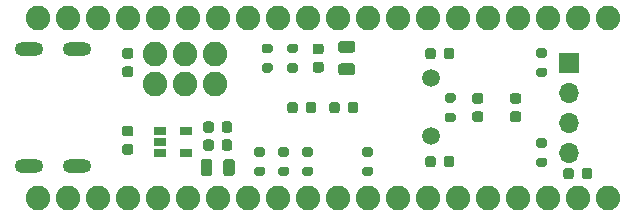
<source format=gbr>
%TF.GenerationSoftware,KiCad,Pcbnew,(5.1.9)-1*%
%TF.CreationDate,2021-02-16T15:18:36+08:00*%
%TF.ProjectId,STM32_Core_Board,53544d33-325f-4436-9f72-655f426f6172,rev?*%
%TF.SameCoordinates,Original*%
%TF.FileFunction,Soldermask,Bot*%
%TF.FilePolarity,Negative*%
%FSLAX46Y46*%
G04 Gerber Fmt 4.6, Leading zero omitted, Abs format (unit mm)*
G04 Created by KiCad (PCBNEW (5.1.9)-1) date 2021-02-16 15:18:36*
%MOMM*%
%LPD*%
G01*
G04 APERTURE LIST*
%ADD10O,2.400000X1.200000*%
%ADD11C,1.500000*%
%ADD12R,1.060000X0.650000*%
%ADD13C,2.082800*%
%ADD14O,1.700000X1.700000*%
%ADD15R,1.700000X1.700000*%
G04 APERTURE END LIST*
D10*
%TO.C,J1*%
X56630000Y-146180000D03*
X52630000Y-146180000D03*
X56630000Y-156080000D03*
X52630000Y-156080000D03*
%TD*%
%TO.C,C14*%
G36*
G01*
X87701000Y-146808000D02*
X87701000Y-146308000D01*
G75*
G02*
X87926000Y-146083000I225000J0D01*
G01*
X88376000Y-146083000D01*
G75*
G02*
X88601000Y-146308000I0J-225000D01*
G01*
X88601000Y-146808000D01*
G75*
G02*
X88376000Y-147033000I-225000J0D01*
G01*
X87926000Y-147033000D01*
G75*
G02*
X87701000Y-146808000I0J225000D01*
G01*
G37*
G36*
G01*
X86151000Y-146808000D02*
X86151000Y-146308000D01*
G75*
G02*
X86376000Y-146083000I225000J0D01*
G01*
X86826000Y-146083000D01*
G75*
G02*
X87051000Y-146308000I0J-225000D01*
G01*
X87051000Y-146808000D01*
G75*
G02*
X86826000Y-147033000I-225000J0D01*
G01*
X86376000Y-147033000D01*
G75*
G02*
X86151000Y-146808000I0J225000D01*
G01*
G37*
%TD*%
%TO.C,C13*%
G36*
G01*
X87701000Y-155952000D02*
X87701000Y-155452000D01*
G75*
G02*
X87926000Y-155227000I225000J0D01*
G01*
X88376000Y-155227000D01*
G75*
G02*
X88601000Y-155452000I0J-225000D01*
G01*
X88601000Y-155952000D01*
G75*
G02*
X88376000Y-156177000I-225000J0D01*
G01*
X87926000Y-156177000D01*
G75*
G02*
X87701000Y-155952000I0J225000D01*
G01*
G37*
G36*
G01*
X86151000Y-155952000D02*
X86151000Y-155452000D01*
G75*
G02*
X86376000Y-155227000I225000J0D01*
G01*
X86826000Y-155227000D01*
G75*
G02*
X87051000Y-155452000I0J-225000D01*
G01*
X87051000Y-155952000D01*
G75*
G02*
X86826000Y-156177000I-225000J0D01*
G01*
X86376000Y-156177000D01*
G75*
G02*
X86151000Y-155952000I0J225000D01*
G01*
G37*
%TD*%
%TO.C,C12*%
G36*
G01*
X93552200Y-151455000D02*
X94052200Y-151455000D01*
G75*
G02*
X94277200Y-151680000I0J-225000D01*
G01*
X94277200Y-152130000D01*
G75*
G02*
X94052200Y-152355000I-225000J0D01*
G01*
X93552200Y-152355000D01*
G75*
G02*
X93327200Y-152130000I0J225000D01*
G01*
X93327200Y-151680000D01*
G75*
G02*
X93552200Y-151455000I225000J0D01*
G01*
G37*
G36*
G01*
X93552200Y-149905000D02*
X94052200Y-149905000D01*
G75*
G02*
X94277200Y-150130000I0J-225000D01*
G01*
X94277200Y-150580000D01*
G75*
G02*
X94052200Y-150805000I-225000J0D01*
G01*
X93552200Y-150805000D01*
G75*
G02*
X93327200Y-150580000I0J225000D01*
G01*
X93327200Y-150130000D01*
G75*
G02*
X93552200Y-149905000I225000J0D01*
G01*
G37*
%TD*%
%TO.C,C11*%
G36*
G01*
X90351800Y-151455000D02*
X90851800Y-151455000D01*
G75*
G02*
X91076800Y-151680000I0J-225000D01*
G01*
X91076800Y-152130000D01*
G75*
G02*
X90851800Y-152355000I-225000J0D01*
G01*
X90351800Y-152355000D01*
G75*
G02*
X90126800Y-152130000I0J225000D01*
G01*
X90126800Y-151680000D01*
G75*
G02*
X90351800Y-151455000I225000J0D01*
G01*
G37*
G36*
G01*
X90351800Y-149905000D02*
X90851800Y-149905000D01*
G75*
G02*
X91076800Y-150130000I0J-225000D01*
G01*
X91076800Y-150580000D01*
G75*
G02*
X90851800Y-150805000I-225000J0D01*
G01*
X90351800Y-150805000D01*
G75*
G02*
X90126800Y-150580000I0J225000D01*
G01*
X90126800Y-150130000D01*
G75*
G02*
X90351800Y-149905000I225000J0D01*
G01*
G37*
%TD*%
%TO.C,C10*%
G36*
G01*
X79977000Y-146489000D02*
X79027000Y-146489000D01*
G75*
G02*
X78777000Y-146239000I0J250000D01*
G01*
X78777000Y-145739000D01*
G75*
G02*
X79027000Y-145489000I250000J0D01*
G01*
X79977000Y-145489000D01*
G75*
G02*
X80227000Y-145739000I0J-250000D01*
G01*
X80227000Y-146239000D01*
G75*
G02*
X79977000Y-146489000I-250000J0D01*
G01*
G37*
G36*
G01*
X79977000Y-148389000D02*
X79027000Y-148389000D01*
G75*
G02*
X78777000Y-148139000I0J250000D01*
G01*
X78777000Y-147639000D01*
G75*
G02*
X79027000Y-147389000I250000J0D01*
G01*
X79977000Y-147389000D01*
G75*
G02*
X80227000Y-147639000I0J-250000D01*
G01*
X80227000Y-148139000D01*
G75*
G02*
X79977000Y-148389000I-250000J0D01*
G01*
G37*
%TD*%
%TO.C,C9*%
G36*
G01*
X98735000Y-156468000D02*
X98735000Y-156968000D01*
G75*
G02*
X98510000Y-157193000I-225000J0D01*
G01*
X98060000Y-157193000D01*
G75*
G02*
X97835000Y-156968000I0J225000D01*
G01*
X97835000Y-156468000D01*
G75*
G02*
X98060000Y-156243000I225000J0D01*
G01*
X98510000Y-156243000D01*
G75*
G02*
X98735000Y-156468000I0J-225000D01*
G01*
G37*
G36*
G01*
X100285000Y-156468000D02*
X100285000Y-156968000D01*
G75*
G02*
X100060000Y-157193000I-225000J0D01*
G01*
X99610000Y-157193000D01*
G75*
G02*
X99385000Y-156968000I0J225000D01*
G01*
X99385000Y-156468000D01*
G75*
G02*
X99610000Y-156243000I225000J0D01*
G01*
X100060000Y-156243000D01*
G75*
G02*
X100285000Y-156468000I0J-225000D01*
G01*
G37*
%TD*%
%TO.C,C8*%
G36*
G01*
X77339000Y-146614000D02*
X76839000Y-146614000D01*
G75*
G02*
X76614000Y-146389000I0J225000D01*
G01*
X76614000Y-145939000D01*
G75*
G02*
X76839000Y-145714000I225000J0D01*
G01*
X77339000Y-145714000D01*
G75*
G02*
X77564000Y-145939000I0J-225000D01*
G01*
X77564000Y-146389000D01*
G75*
G02*
X77339000Y-146614000I-225000J0D01*
G01*
G37*
G36*
G01*
X77339000Y-148164000D02*
X76839000Y-148164000D01*
G75*
G02*
X76614000Y-147939000I0J225000D01*
G01*
X76614000Y-147489000D01*
G75*
G02*
X76839000Y-147264000I225000J0D01*
G01*
X77339000Y-147264000D01*
G75*
G02*
X77564000Y-147489000I0J-225000D01*
G01*
X77564000Y-147939000D01*
G75*
G02*
X77339000Y-148164000I-225000J0D01*
G01*
G37*
%TD*%
%TO.C,C7*%
G36*
G01*
X68905000Y-154555000D02*
X68905000Y-154055000D01*
G75*
G02*
X69130000Y-153830000I225000J0D01*
G01*
X69580000Y-153830000D01*
G75*
G02*
X69805000Y-154055000I0J-225000D01*
G01*
X69805000Y-154555000D01*
G75*
G02*
X69580000Y-154780000I-225000J0D01*
G01*
X69130000Y-154780000D01*
G75*
G02*
X68905000Y-154555000I0J225000D01*
G01*
G37*
G36*
G01*
X67355000Y-154555000D02*
X67355000Y-154055000D01*
G75*
G02*
X67580000Y-153830000I225000J0D01*
G01*
X68030000Y-153830000D01*
G75*
G02*
X68255000Y-154055000I0J-225000D01*
G01*
X68255000Y-154555000D01*
G75*
G02*
X68030000Y-154780000I-225000J0D01*
G01*
X67580000Y-154780000D01*
G75*
G02*
X67355000Y-154555000I0J225000D01*
G01*
G37*
%TD*%
%TO.C,C6*%
G36*
G01*
X68130000Y-155735000D02*
X68130000Y-156685000D01*
G75*
G02*
X67880000Y-156935000I-250000J0D01*
G01*
X67380000Y-156935000D01*
G75*
G02*
X67130000Y-156685000I0J250000D01*
G01*
X67130000Y-155735000D01*
G75*
G02*
X67380000Y-155485000I250000J0D01*
G01*
X67880000Y-155485000D01*
G75*
G02*
X68130000Y-155735000I0J-250000D01*
G01*
G37*
G36*
G01*
X70030000Y-155735000D02*
X70030000Y-156685000D01*
G75*
G02*
X69780000Y-156935000I-250000J0D01*
G01*
X69280000Y-156935000D01*
G75*
G02*
X69030000Y-156685000I0J250000D01*
G01*
X69030000Y-155735000D01*
G75*
G02*
X69280000Y-155485000I250000J0D01*
G01*
X69780000Y-155485000D01*
G75*
G02*
X70030000Y-155735000I0J-250000D01*
G01*
G37*
%TD*%
%TO.C,C5*%
G36*
G01*
X68905000Y-153031000D02*
X68905000Y-152531000D01*
G75*
G02*
X69130000Y-152306000I225000J0D01*
G01*
X69580000Y-152306000D01*
G75*
G02*
X69805000Y-152531000I0J-225000D01*
G01*
X69805000Y-153031000D01*
G75*
G02*
X69580000Y-153256000I-225000J0D01*
G01*
X69130000Y-153256000D01*
G75*
G02*
X68905000Y-153031000I0J225000D01*
G01*
G37*
G36*
G01*
X67355000Y-153031000D02*
X67355000Y-152531000D01*
G75*
G02*
X67580000Y-152306000I225000J0D01*
G01*
X68030000Y-152306000D01*
G75*
G02*
X68255000Y-152531000I0J-225000D01*
G01*
X68255000Y-153031000D01*
G75*
G02*
X68030000Y-153256000I-225000J0D01*
G01*
X67580000Y-153256000D01*
G75*
G02*
X67355000Y-153031000I0J225000D01*
G01*
G37*
%TD*%
%TO.C,C4*%
G36*
G01*
X60710000Y-154223600D02*
X61210000Y-154223600D01*
G75*
G02*
X61435000Y-154448600I0J-225000D01*
G01*
X61435000Y-154898600D01*
G75*
G02*
X61210000Y-155123600I-225000J0D01*
G01*
X60710000Y-155123600D01*
G75*
G02*
X60485000Y-154898600I0J225000D01*
G01*
X60485000Y-154448600D01*
G75*
G02*
X60710000Y-154223600I225000J0D01*
G01*
G37*
G36*
G01*
X60710000Y-152673600D02*
X61210000Y-152673600D01*
G75*
G02*
X61435000Y-152898600I0J-225000D01*
G01*
X61435000Y-153348600D01*
G75*
G02*
X61210000Y-153573600I-225000J0D01*
G01*
X60710000Y-153573600D01*
G75*
G02*
X60485000Y-153348600I0J225000D01*
G01*
X60485000Y-152898600D01*
G75*
G02*
X60710000Y-152673600I225000J0D01*
G01*
G37*
%TD*%
%TO.C,C3*%
G36*
G01*
X78923000Y-150880000D02*
X78923000Y-151380000D01*
G75*
G02*
X78698000Y-151605000I-225000J0D01*
G01*
X78248000Y-151605000D01*
G75*
G02*
X78023000Y-151380000I0J225000D01*
G01*
X78023000Y-150880000D01*
G75*
G02*
X78248000Y-150655000I225000J0D01*
G01*
X78698000Y-150655000D01*
G75*
G02*
X78923000Y-150880000I0J-225000D01*
G01*
G37*
G36*
G01*
X80473000Y-150880000D02*
X80473000Y-151380000D01*
G75*
G02*
X80248000Y-151605000I-225000J0D01*
G01*
X79798000Y-151605000D01*
G75*
G02*
X79573000Y-151380000I0J225000D01*
G01*
X79573000Y-150880000D01*
G75*
G02*
X79798000Y-150655000I225000J0D01*
G01*
X80248000Y-150655000D01*
G75*
G02*
X80473000Y-150880000I0J-225000D01*
G01*
G37*
%TD*%
%TO.C,C2*%
G36*
G01*
X76017000Y-151380000D02*
X76017000Y-150880000D01*
G75*
G02*
X76242000Y-150655000I225000J0D01*
G01*
X76692000Y-150655000D01*
G75*
G02*
X76917000Y-150880000I0J-225000D01*
G01*
X76917000Y-151380000D01*
G75*
G02*
X76692000Y-151605000I-225000J0D01*
G01*
X76242000Y-151605000D01*
G75*
G02*
X76017000Y-151380000I0J225000D01*
G01*
G37*
G36*
G01*
X74467000Y-151380000D02*
X74467000Y-150880000D01*
G75*
G02*
X74692000Y-150655000I225000J0D01*
G01*
X75142000Y-150655000D01*
G75*
G02*
X75367000Y-150880000I0J-225000D01*
G01*
X75367000Y-151380000D01*
G75*
G02*
X75142000Y-151605000I-225000J0D01*
G01*
X74692000Y-151605000D01*
G75*
G02*
X74467000Y-151380000I0J225000D01*
G01*
G37*
%TD*%
%TO.C,C1*%
G36*
G01*
X60710000Y-147645000D02*
X61210000Y-147645000D01*
G75*
G02*
X61435000Y-147870000I0J-225000D01*
G01*
X61435000Y-148320000D01*
G75*
G02*
X61210000Y-148545000I-225000J0D01*
G01*
X60710000Y-148545000D01*
G75*
G02*
X60485000Y-148320000I0J225000D01*
G01*
X60485000Y-147870000D01*
G75*
G02*
X60710000Y-147645000I225000J0D01*
G01*
G37*
G36*
G01*
X60710000Y-146095000D02*
X61210000Y-146095000D01*
G75*
G02*
X61435000Y-146320000I0J-225000D01*
G01*
X61435000Y-146770000D01*
G75*
G02*
X61210000Y-146995000I-225000J0D01*
G01*
X60710000Y-146995000D01*
G75*
G02*
X60485000Y-146770000I0J225000D01*
G01*
X60485000Y-146320000D01*
G75*
G02*
X60710000Y-146095000I225000J0D01*
G01*
G37*
%TD*%
D11*
%TO.C,Y1*%
X86614000Y-148663000D03*
X86614000Y-153543000D03*
%TD*%
D12*
%TO.C,U2*%
X65870000Y-155001000D03*
X65870000Y-153101000D03*
X63670000Y-153101000D03*
X63670000Y-154051000D03*
X63670000Y-155001000D03*
%TD*%
%TO.C,R9*%
G36*
G01*
X88540000Y-150705000D02*
X87990000Y-150705000D01*
G75*
G02*
X87790000Y-150505000I0J200000D01*
G01*
X87790000Y-150105000D01*
G75*
G02*
X87990000Y-149905000I200000J0D01*
G01*
X88540000Y-149905000D01*
G75*
G02*
X88740000Y-150105000I0J-200000D01*
G01*
X88740000Y-150505000D01*
G75*
G02*
X88540000Y-150705000I-200000J0D01*
G01*
G37*
G36*
G01*
X88540000Y-152355000D02*
X87990000Y-152355000D01*
G75*
G02*
X87790000Y-152155000I0J200000D01*
G01*
X87790000Y-151755000D01*
G75*
G02*
X87990000Y-151555000I200000J0D01*
G01*
X88540000Y-151555000D01*
G75*
G02*
X88740000Y-151755000I0J-200000D01*
G01*
X88740000Y-152155000D01*
G75*
G02*
X88540000Y-152355000I-200000J0D01*
G01*
G37*
%TD*%
%TO.C,R8*%
G36*
G01*
X73046000Y-146514000D02*
X72496000Y-146514000D01*
G75*
G02*
X72296000Y-146314000I0J200000D01*
G01*
X72296000Y-145914000D01*
G75*
G02*
X72496000Y-145714000I200000J0D01*
G01*
X73046000Y-145714000D01*
G75*
G02*
X73246000Y-145914000I0J-200000D01*
G01*
X73246000Y-146314000D01*
G75*
G02*
X73046000Y-146514000I-200000J0D01*
G01*
G37*
G36*
G01*
X73046000Y-148164000D02*
X72496000Y-148164000D01*
G75*
G02*
X72296000Y-147964000I0J200000D01*
G01*
X72296000Y-147564000D01*
G75*
G02*
X72496000Y-147364000I200000J0D01*
G01*
X73046000Y-147364000D01*
G75*
G02*
X73246000Y-147564000I0J-200000D01*
G01*
X73246000Y-147964000D01*
G75*
G02*
X73046000Y-148164000I-200000J0D01*
G01*
G37*
%TD*%
%TO.C,R7*%
G36*
G01*
X76475000Y-155277000D02*
X75925000Y-155277000D01*
G75*
G02*
X75725000Y-155077000I0J200000D01*
G01*
X75725000Y-154677000D01*
G75*
G02*
X75925000Y-154477000I200000J0D01*
G01*
X76475000Y-154477000D01*
G75*
G02*
X76675000Y-154677000I0J-200000D01*
G01*
X76675000Y-155077000D01*
G75*
G02*
X76475000Y-155277000I-200000J0D01*
G01*
G37*
G36*
G01*
X76475000Y-156927000D02*
X75925000Y-156927000D01*
G75*
G02*
X75725000Y-156727000I0J200000D01*
G01*
X75725000Y-156327000D01*
G75*
G02*
X75925000Y-156127000I200000J0D01*
G01*
X76475000Y-156127000D01*
G75*
G02*
X76675000Y-156327000I0J-200000D01*
G01*
X76675000Y-156727000D01*
G75*
G02*
X76475000Y-156927000I-200000J0D01*
G01*
G37*
%TD*%
%TO.C,R6*%
G36*
G01*
X74443000Y-155277000D02*
X73893000Y-155277000D01*
G75*
G02*
X73693000Y-155077000I0J200000D01*
G01*
X73693000Y-154677000D01*
G75*
G02*
X73893000Y-154477000I200000J0D01*
G01*
X74443000Y-154477000D01*
G75*
G02*
X74643000Y-154677000I0J-200000D01*
G01*
X74643000Y-155077000D01*
G75*
G02*
X74443000Y-155277000I-200000J0D01*
G01*
G37*
G36*
G01*
X74443000Y-156927000D02*
X73893000Y-156927000D01*
G75*
G02*
X73693000Y-156727000I0J200000D01*
G01*
X73693000Y-156327000D01*
G75*
G02*
X73893000Y-156127000I200000J0D01*
G01*
X74443000Y-156127000D01*
G75*
G02*
X74643000Y-156327000I0J-200000D01*
G01*
X74643000Y-156727000D01*
G75*
G02*
X74443000Y-156927000I-200000J0D01*
G01*
G37*
%TD*%
%TO.C,R5*%
G36*
G01*
X72411000Y-155277000D02*
X71861000Y-155277000D01*
G75*
G02*
X71661000Y-155077000I0J200000D01*
G01*
X71661000Y-154677000D01*
G75*
G02*
X71861000Y-154477000I200000J0D01*
G01*
X72411000Y-154477000D01*
G75*
G02*
X72611000Y-154677000I0J-200000D01*
G01*
X72611000Y-155077000D01*
G75*
G02*
X72411000Y-155277000I-200000J0D01*
G01*
G37*
G36*
G01*
X72411000Y-156927000D02*
X71861000Y-156927000D01*
G75*
G02*
X71661000Y-156727000I0J200000D01*
G01*
X71661000Y-156327000D01*
G75*
G02*
X71861000Y-156127000I200000J0D01*
G01*
X72411000Y-156127000D01*
G75*
G02*
X72611000Y-156327000I0J-200000D01*
G01*
X72611000Y-156727000D01*
G75*
G02*
X72411000Y-156927000I-200000J0D01*
G01*
G37*
%TD*%
%TO.C,R4*%
G36*
G01*
X95737000Y-147745000D02*
X96287000Y-147745000D01*
G75*
G02*
X96487000Y-147945000I0J-200000D01*
G01*
X96487000Y-148345000D01*
G75*
G02*
X96287000Y-148545000I-200000J0D01*
G01*
X95737000Y-148545000D01*
G75*
G02*
X95537000Y-148345000I0J200000D01*
G01*
X95537000Y-147945000D01*
G75*
G02*
X95737000Y-147745000I200000J0D01*
G01*
G37*
G36*
G01*
X95737000Y-146095000D02*
X96287000Y-146095000D01*
G75*
G02*
X96487000Y-146295000I0J-200000D01*
G01*
X96487000Y-146695000D01*
G75*
G02*
X96287000Y-146895000I-200000J0D01*
G01*
X95737000Y-146895000D01*
G75*
G02*
X95537000Y-146695000I0J200000D01*
G01*
X95537000Y-146295000D01*
G75*
G02*
X95737000Y-146095000I200000J0D01*
G01*
G37*
%TD*%
%TO.C,R3*%
G36*
G01*
X96287000Y-154515000D02*
X95737000Y-154515000D01*
G75*
G02*
X95537000Y-154315000I0J200000D01*
G01*
X95537000Y-153915000D01*
G75*
G02*
X95737000Y-153715000I200000J0D01*
G01*
X96287000Y-153715000D01*
G75*
G02*
X96487000Y-153915000I0J-200000D01*
G01*
X96487000Y-154315000D01*
G75*
G02*
X96287000Y-154515000I-200000J0D01*
G01*
G37*
G36*
G01*
X96287000Y-156165000D02*
X95737000Y-156165000D01*
G75*
G02*
X95537000Y-155965000I0J200000D01*
G01*
X95537000Y-155565000D01*
G75*
G02*
X95737000Y-155365000I200000J0D01*
G01*
X96287000Y-155365000D01*
G75*
G02*
X96487000Y-155565000I0J-200000D01*
G01*
X96487000Y-155965000D01*
G75*
G02*
X96287000Y-156165000I-200000J0D01*
G01*
G37*
%TD*%
%TO.C,R2*%
G36*
G01*
X74655000Y-147364000D02*
X75205000Y-147364000D01*
G75*
G02*
X75405000Y-147564000I0J-200000D01*
G01*
X75405000Y-147964000D01*
G75*
G02*
X75205000Y-148164000I-200000J0D01*
G01*
X74655000Y-148164000D01*
G75*
G02*
X74455000Y-147964000I0J200000D01*
G01*
X74455000Y-147564000D01*
G75*
G02*
X74655000Y-147364000I200000J0D01*
G01*
G37*
G36*
G01*
X74655000Y-145714000D02*
X75205000Y-145714000D01*
G75*
G02*
X75405000Y-145914000I0J-200000D01*
G01*
X75405000Y-146314000D01*
G75*
G02*
X75205000Y-146514000I-200000J0D01*
G01*
X74655000Y-146514000D01*
G75*
G02*
X74455000Y-146314000I0J200000D01*
G01*
X74455000Y-145914000D01*
G75*
G02*
X74655000Y-145714000I200000J0D01*
G01*
G37*
%TD*%
%TO.C,R1*%
G36*
G01*
X81005000Y-156127000D02*
X81555000Y-156127000D01*
G75*
G02*
X81755000Y-156327000I0J-200000D01*
G01*
X81755000Y-156727000D01*
G75*
G02*
X81555000Y-156927000I-200000J0D01*
G01*
X81005000Y-156927000D01*
G75*
G02*
X80805000Y-156727000I0J200000D01*
G01*
X80805000Y-156327000D01*
G75*
G02*
X81005000Y-156127000I200000J0D01*
G01*
G37*
G36*
G01*
X81005000Y-154477000D02*
X81555000Y-154477000D01*
G75*
G02*
X81755000Y-154677000I0J-200000D01*
G01*
X81755000Y-155077000D01*
G75*
G02*
X81555000Y-155277000I-200000J0D01*
G01*
X81005000Y-155277000D01*
G75*
G02*
X80805000Y-155077000I0J200000D01*
G01*
X80805000Y-154677000D01*
G75*
G02*
X81005000Y-154477000I200000J0D01*
G01*
G37*
%TD*%
D13*
%TO.C,J5*%
X53340000Y-158750000D03*
X55880000Y-158750000D03*
X58420000Y-158750000D03*
X60960000Y-158750000D03*
X63500000Y-158750000D03*
X66040000Y-158750000D03*
X68580000Y-158750000D03*
X71120000Y-158750000D03*
X73660000Y-158750000D03*
X76200000Y-158750000D03*
X78740000Y-158750000D03*
X81280000Y-158750000D03*
X83820000Y-158750000D03*
X86360000Y-158750000D03*
X88900000Y-158750000D03*
X91440000Y-158750000D03*
X93980000Y-158750000D03*
X96520000Y-158750000D03*
X99060000Y-158750000D03*
X101600000Y-158750000D03*
%TD*%
%TO.C,J4*%
X53340000Y-143510000D03*
X55880000Y-143510000D03*
X58420000Y-143510000D03*
X60960000Y-143510000D03*
X63500000Y-143510000D03*
X66040000Y-143510000D03*
X68580000Y-143510000D03*
X71120000Y-143510000D03*
X73660000Y-143510000D03*
X76200000Y-143510000D03*
X78740000Y-143510000D03*
X81280000Y-143510000D03*
X83820000Y-143510000D03*
X86360000Y-143510000D03*
X88900000Y-143510000D03*
X91440000Y-143510000D03*
X93980000Y-143510000D03*
X96520000Y-143510000D03*
X99060000Y-143510000D03*
X101600000Y-143510000D03*
%TD*%
D14*
%TO.C,J3*%
X98298000Y-154940000D03*
X98298000Y-152400000D03*
X98298000Y-149860000D03*
D15*
X98298000Y-147320000D03*
%TD*%
D13*
%TO.C,J2*%
X68326000Y-146558000D03*
X68326000Y-149098000D03*
X65786000Y-146558000D03*
X65786000Y-149098000D03*
X63246000Y-146558000D03*
X63246000Y-149098000D03*
%TD*%
M02*

</source>
